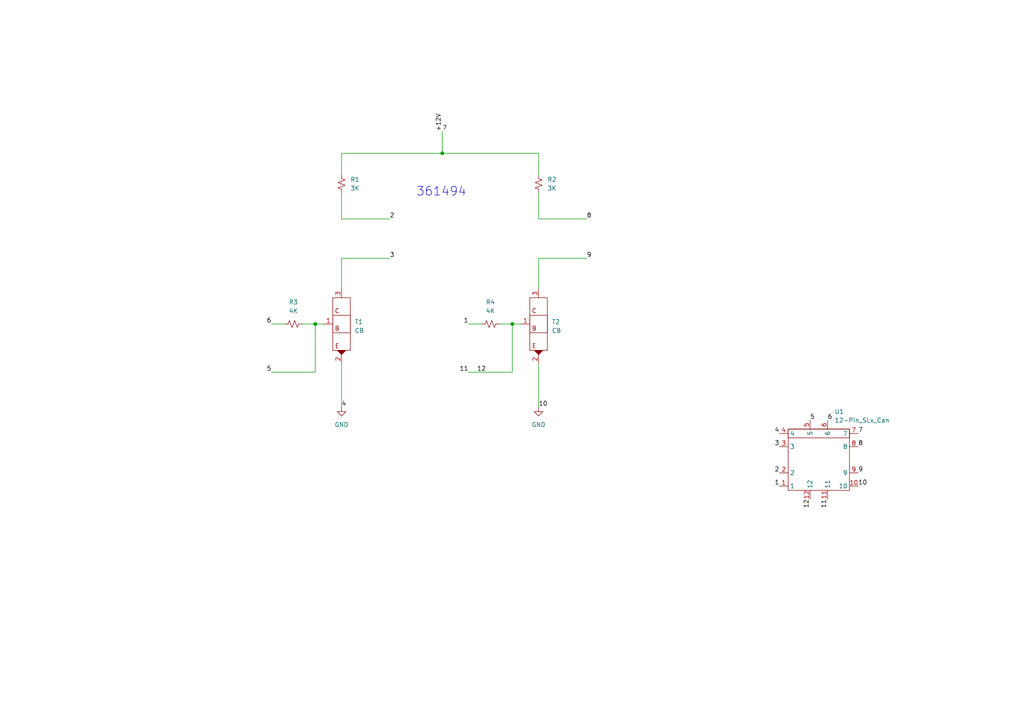
<source format=kicad_sch>
(kicad_sch (version 20211123) (generator eeschema)
  (paper "A4")
  (lib_symbols
    (symbol "Device:R_Small_US" (pin_numbers hide) (pin_names (offset 0.254) hide)
      (property "Reference" "R" (at 0.762 0.508 0))
      (property "Value" "R_Small_US" (at 0.762 -1.016 0))
      (symbol "R_Small_US_1_1"
        (polyline (pts (xy 0 0) (xy 1.016 -0.381) (xy 0 -0.762) (xy -1.016 -1.143) (xy 0 -1.524)))
        (polyline (pts (xy 0 1.524) (xy 1.016 1.143) (xy 0 0.762) (xy -1.016 0.381) (xy 0 0)))
        (pin passive line (at 0 2.54 270) (length 1.016) (name "~") (number "1"))
        (pin passive line (at 0 -2.54 90) (length 1.016) (name "~") (number "2"))
      )
    )
    (symbol "IBM_SLT-SLD:12-Pin_SLx_Can"
      (property "Reference" "U" (at 0 -2.54 0))
      (property "Value" "12-Pin_SLx_Can" (at 0 0 0))
      (symbol "12-Pin_SLx_Can_0_1"
        (rectangle (start -8.89 8.89) (end 8.89 -8.89))
        (rectangle (start -8.89 8.89) (end 8.89 6.35))
      )
      (symbol "12-Pin_SLx_Can_1_1"
        (pin passive line (at -11.43 -7.62 0) (length 2.54) (name "1") (number "1"))
        (pin passive line (at 11.43 -7.62 180) (length 2.54) (name "10") (number "10"))
        (pin passive line (at 2.54 -11.43 90) (length 2.54) (name "11") (number "11"))
        (pin passive line (at -2.54 -11.43 90) (length 2.54) (name "12") (number "12"))
        (pin passive line (at -11.43 -3.81 0) (length 2.54) (name "2") (number "2"))
        (pin passive line (at -11.43 3.81 0) (length 2.54) (name "3") (number "3"))
        (pin passive line (at -11.43 7.62 0) (length 2.54) (name "4") (number "4"))
        (pin passive line (at -2.54 11.43 270) (length 2.54) (name "5") (number "5"))
        (pin passive line (at 2.54 11.43 270) (length 2.54) (name "6") (number "6"))
        (pin passive line (at 11.43 7.62 180) (length 2.54) (name "7") (number "7"))
        (pin passive line (at 11.43 3.81 180) (length 2.54) (name "8") (number "8"))
        (pin passive line (at 11.43 -3.81 180) (length 2.54) (name "9") (number "9"))
      )
    )
    (symbol "IBM_SLT-SLD:IBM_Transistor"
      (property "Reference" "T" (at 0 5.08 0))
      (property "Value" "IBM_Transistor" (at 7.62 8.89 0))
      (symbol "IBM_Transistor_0_0"
        (text "B" (at -1.27 -1.27 0) (effects (font (size 1.27 1.27))))
        (text "C" (at -1.27 3.81 0) (effects (font (size 1.27 1.27))))
        (text "E" (at -1.27 -6.35 0) (effects (font (size 1.27 1.27))))
      )
      (symbol "IBM_Transistor_0_1"
        (rectangle (start -2.54 2.54) (end 2.54 -2.54))
        (rectangle (start -2.54 7.62) (end 2.54 -7.62))
        (polyline (pts (xy -1.27 -7.62) (xy 0 -8.89) (xy 1.27 -7.62)) (fill (type outline)))
      )
      (symbol "IBM_Transistor_1_1"
        (pin passive line (at -5.08 0 0) (length 2.54) (name "B") (number "1"))
        (pin passive line (at 0 -11.43 90) (length 2.54) (name "E") (number "2"))
        (pin passive line (at 0 10.16 270) (length 2.54) (name "C") (number "3"))
      )
    )
    (symbol "power:GND" (power) (pin_names (offset 0))
      (property "Value" "GND" (at 0 -3.81 0))
      (symbol "GND_0_1"
        (polyline (pts (xy 0 0) (xy 0 -1.27) (xy 1.27 -1.27) (xy 0 -2.54) (xy -1.27 -1.27) (xy 0 -1.27)))
      )
      (symbol "GND_1_1"
        (pin power_in line (at 0 0 270) (length 0) hide (name "GND") (number "1"))
      )
    )
  )
  (junction (at 148.59 93.98))
  (junction (at 128.27 44.45))
  (junction (at 91.44 93.98))
  (wire (pts (xy 128.27 38.1) (xy 128.27 44.45)))
  (wire (pts (xy 128.27 44.45) (xy 156.21 44.45)))
  (wire (pts (xy 156.21 44.45) (xy 156.21 50.8)))
  (wire (pts (xy 135.89 93.98) (xy 139.7 93.98)))
  (wire (pts (xy 87.63 93.98) (xy 91.44 93.98)))
  (wire (pts (xy 99.06 105.41) (xy 99.06 118.11)))
  (wire (pts (xy 156.21 55.88) (xy 156.21 63.5)))
  (wire (pts (xy 99.06 44.45) (xy 128.27 44.45)))
  (wire (pts (xy 99.06 74.93) (xy 113.03 74.93)))
  (wire (pts (xy 156.21 105.41) (xy 156.21 118.11)))
  (wire (pts (xy 78.74 93.98) (xy 82.55 93.98)))
  (wire (pts (xy 156.21 74.93) (xy 170.18 74.93)))
  (wire (pts (xy 99.06 63.5) (xy 113.03 63.5)))
  (wire (pts (xy 151.13 93.98) (xy 148.59 93.98)))
  (wire (pts (xy 156.21 83.82) (xy 156.21 74.93)))
  (wire (pts (xy 135.89 107.95) (xy 148.59 107.95)))
  (wire (pts (xy 144.78 93.98) (xy 148.59 93.98)))
  (wire (pts (xy 148.59 93.98) (xy 148.59 107.95)))
  (wire (pts (xy 93.98 93.98) (xy 91.44 93.98)))
  (wire (pts (xy 99.06 55.88) (xy 99.06 63.5)))
  (wire (pts (xy 99.06 83.82) (xy 99.06 74.93)))
  (wire (pts (xy 91.44 93.98) (xy 91.44 107.95)))
  (wire (pts (xy 156.21 63.5) (xy 170.18 63.5)))
  (wire (pts (xy 78.74 107.95) (xy 91.44 107.95)))
  (wire (pts (xy 99.06 44.45) (xy 99.06 50.8)))
  (text "361494" (at 120.65 57.15 0) (effects (font (size 2.54 2.54)) (justify left bottom)))
  (label "8" (at 170.18 63.5 0))
  (label "9" (at 248.92 137.16 0))
  (label "7" (at 248.92 125.73 0))
  (label "5" (at 78.74 107.95 180))
  (label "5" (at 234.95 121.92 0))
  (label "11" (at 240.03 144.78 270))
  (label "7" (at 128.27 38.1 0))
  (label "2" (at 113.03 63.5 0))
  (label "6" (at 78.74 93.98 180))
  (label "4" (at 226.06 125.73 180))
  (label "10" (at 248.92 140.97 0))
  (label "11" (at 135.89 107.95 180))
  (label "3" (at 226.06 129.54 180))
  (label "8" (at 248.92 129.54 0))
  (label "1" (at 226.06 140.97 180))
  (label "1" (at 135.89 93.98 180))
  (label "12" (at 234.95 144.78 270))
  (label "4" (at 99.06 118.11 0))
  (label "3" (at 113.03 74.93 0))
  (label "10" (at 156.21 118.11 0))
  (label "2" (at 226.06 137.16 180))
  (label "+12V" (at 128.27 38.1 90))
  (label "9" (at 170.18 74.93 0))
  (label "12" (at 140.97 107.95 180))
  (label "6" (at 240.03 121.92 0))
  (symbol (lib_id "power:GND") (at 156.21 118.11 0) (unit 1)
    (property "Reference" "#PWR0102" (effects hide))
    (property "Value" "GND" (at 156.21 123.19 0))
  )
  (symbol (lib_id "Device:R_Small_US") (at 142.24 93.98 90) (unit 1)
    (property "Reference" "R4" (at 142.24 87.63 90))
    (property "Value" "4K" (at 142.24 90.17 90))
    (property "Footprint" "Resistor_SMD:R_0201_0603Metric" (effects hide))
  )
  (symbol (lib_id "Device:R_Small_US") (at 99.06 53.34 0) (unit 1)
    (property "Reference" "R1" (at 101.6 52.0699 0) (effects (justify left)))
    (property "Value" "3K" (at 101.6 54.6099 0) (effects (justify left)))
    (property "Footprint" "Resistor_SMD:R_0201_0603Metric" (effects hide))
  )
  (symbol (lib_id "power:GND") (at 99.06 118.11 0) (unit 1)
    (property "Reference" "#PWR?" (effects hide))
    (property "Value" "GND" (at 99.06 123.19 0))
  )
  (symbol (lib_id "IBM_SLT-SLD:12-Pin_SLx_Can") (at 237.49 133.35 0) (unit 1)
    (property "Reference" "U1" (at 242.0494 119.38 0) (effects (justify left)))
    (property "Value" "12-Pin_SLx_Can" (at 242.0494 121.92 0) (effects (justify left)))
    (property "Footprint" "IBM_SLT-SLD:12-Pin_SLx_Can" (effects hide))
  )
  (symbol (lib_id "IBM_SLT-SLD:IBM_Transistor") (at 156.21 93.98 0) (unit 1)
    (property "Reference" "T2" (at 160.02 93.3449 0) (effects (justify left)))
    (property "Value" "CB" (at 160.02 95.8849 0) (effects (justify left)))
  )
  (symbol (lib_id "Device:R_Small_US") (at 156.21 53.34 0) (unit 1)
    (property "Reference" "R2" (at 158.75 52.0699 0) (effects (justify left)))
    (property "Value" "3K" (at 158.75 54.6099 0) (effects (justify left)))
    (property "Footprint" "Resistor_SMD:R_0201_0603Metric" (effects hide))
  )
  (symbol (lib_id "Device:R_Small_US") (at 85.09 93.98 90) (unit 1)
    (property "Reference" "R3" (at 85.09 87.63 90))
    (property "Value" "4K" (at 85.09 90.17 90))
    (property "Footprint" "Resistor_SMD:R_0201_0603Metric" (effects hide))
  )
  (symbol (lib_id "IBM_SLT-SLD:IBM_Transistor") (at 99.06 93.98 0) (unit 1)
    (property "Reference" "T1" (at 102.87 93.3449 0) (effects (justify left)))
    (property "Value" "CB" (at 102.87 95.8849 0) (effects (justify left)))
  )
)
</source>
